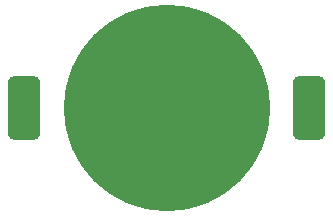
<source format=gbr>
%TF.GenerationSoftware,KiCad,Pcbnew,9.0.4*%
%TF.CreationDate,2026-01-28T21:56:10-05:00*%
%TF.ProjectId,learn_to_solder,6c656172-6e5f-4746-9f5f-736f6c646572,rev?*%
%TF.SameCoordinates,Original*%
%TF.FileFunction,Paste,Bot*%
%TF.FilePolarity,Positive*%
%FSLAX46Y46*%
G04 Gerber Fmt 4.6, Leading zero omitted, Abs format (unit mm)*
G04 Created by KiCad (PCBNEW 9.0.4) date 2026-01-28 21:56:10*
%MOMM*%
%LPD*%
G01*
G04 APERTURE LIST*
G04 Aperture macros list*
%AMRoundRect*
0 Rectangle with rounded corners*
0 $1 Rounding radius*
0 $2 $3 $4 $5 $6 $7 $8 $9 X,Y pos of 4 corners*
0 Add a 4 corners polygon primitive as box body*
4,1,4,$2,$3,$4,$5,$6,$7,$8,$9,$2,$3,0*
0 Add four circle primitives for the rounded corners*
1,1,$1+$1,$2,$3*
1,1,$1+$1,$4,$5*
1,1,$1+$1,$6,$7*
1,1,$1+$1,$8,$9*
0 Add four rect primitives between the rounded corners*
20,1,$1+$1,$2,$3,$4,$5,0*
20,1,$1+$1,$4,$5,$6,$7,0*
20,1,$1+$1,$6,$7,$8,$9,0*
20,1,$1+$1,$8,$9,$2,$3,0*%
G04 Aperture macros list end*
%ADD10RoundRect,0.687500X0.687500X2.062500X-0.687500X2.062500X-0.687500X-2.062500X0.687500X-2.062500X0*%
%ADD11C,17.500000*%
G04 APERTURE END LIST*
D10*
%TO.C,BT1*%
X142065000Y-76000000D03*
X117935000Y-76000000D03*
D11*
X130000000Y-76000000D03*
%TD*%
M02*

</source>
